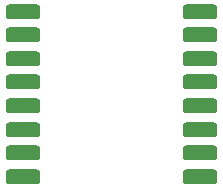
<source format=gbr>
%TF.GenerationSoftware,KiCad,Pcbnew,8.0.6*%
%TF.CreationDate,2025-03-02T19:30:28-05:00*%
%TF.ProjectId,receiver,72656365-6976-4657-922e-6b696361645f,rev?*%
%TF.SameCoordinates,Original*%
%TF.FileFunction,Paste,Bot*%
%TF.FilePolarity,Positive*%
%FSLAX46Y46*%
G04 Gerber Fmt 4.6, Leading zero omitted, Abs format (unit mm)*
G04 Created by KiCad (PCBNEW 8.0.6) date 2025-03-02 19:30:28*
%MOMM*%
%LPD*%
G01*
G04 APERTURE LIST*
G04 Aperture macros list*
%AMRoundRect*
0 Rectangle with rounded corners*
0 $1 Rounding radius*
0 $2 $3 $4 $5 $6 $7 $8 $9 X,Y pos of 4 corners*
0 Add a 4 corners polygon primitive as box body*
4,1,4,$2,$3,$4,$5,$6,$7,$8,$9,$2,$3,0*
0 Add four circle primitives for the rounded corners*
1,1,$1+$1,$2,$3*
1,1,$1+$1,$4,$5*
1,1,$1+$1,$6,$7*
1,1,$1+$1,$8,$9*
0 Add four rect primitives between the rounded corners*
20,1,$1+$1,$2,$3,$4,$5,0*
20,1,$1+$1,$4,$5,$6,$7,0*
20,1,$1+$1,$6,$7,$8,$9,0*
20,1,$1+$1,$8,$9,$2,$3,0*%
G04 Aperture macros list end*
%ADD10RoundRect,0.317500X1.157500X0.317500X-1.157500X0.317500X-1.157500X-0.317500X1.157500X-0.317500X0*%
G04 APERTURE END LIST*
D10*
%TO.C,RF1*%
X182306803Y-109980279D03*
X182306803Y-111980279D03*
X182306803Y-113980279D03*
X182306803Y-115980279D03*
X182306803Y-117980279D03*
X182306803Y-119980279D03*
X182306803Y-121980279D03*
X182306803Y-123980279D03*
X167256803Y-109980279D03*
X167256803Y-111980279D03*
X167256803Y-113980279D03*
X167256803Y-115980279D03*
X167256803Y-117980279D03*
X167256803Y-119980279D03*
X167256803Y-121980279D03*
X167256803Y-123980279D03*
%TD*%
M02*

</source>
